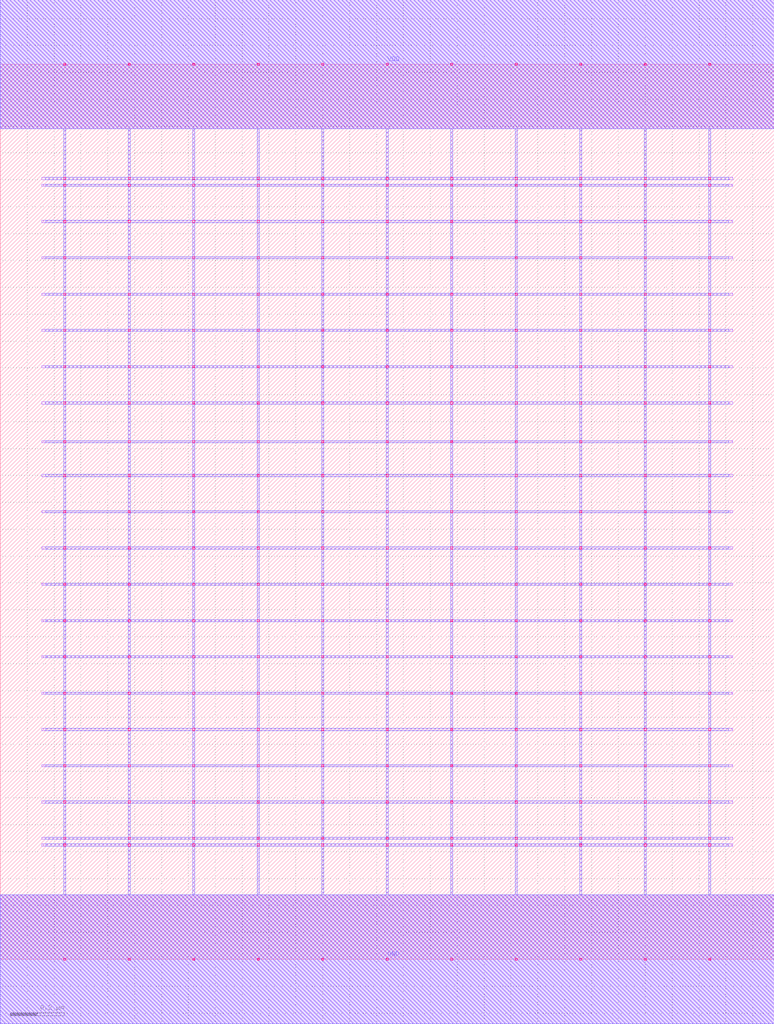
<source format=lef>
MACRO INVX2
 CLASS CORE ;
 FOREIGN INVX2 0 0 ;
 SIZE 2.88 BY 3.33 ;
 ORIGIN 0 0 ;
 SYMMETRY X Y R90 ;
 SITE unit ;
  PIN VDD
   DIRECTION INOUT ;
   USE POWER ;
   SHAPE ABUTMENT ;
    PORT
     CLASS CORE ;
       LAYER li1 ;
        RECT 0.00000000 3.09000000 2.88000000 3.57000000 ;
       LAYER met1 ;
        RECT 0.00000000 3.09000000 2.88000000 3.57000000 ;
    END
  END VDD

  PIN GND
   DIRECTION INOUT ;
   USE POWER ;
   SHAPE ABUTMENT ;
    PORT
     CLASS CORE ;
       LAYER li1 ;
        RECT 0.00000000 -0.24000000 2.88000000 0.24000000 ;
       LAYER met1 ;
        RECT 0.00000000 -0.24000000 2.88000000 0.24000000 ;
    END
  END GND

 OBS
    LAYER polycont ;
     RECT 1.43600000 0.98600000 1.44400000 0.99400000 ;
     RECT 1.43600000 1.92100000 1.44400000 1.92900000 ;

    LAYER pdiffc ;
     RECT 0.71600000 2.33600000 0.72400000 2.34400000 ;
     RECT 0.95600000 2.33600000 0.96400000 2.34400000 ;
     RECT 1.91600000 2.33600000 1.92400000 2.34400000 ;
     RECT 2.15600000 2.33600000 2.16400000 2.34400000 ;
     RECT 0.71600000 2.47100000 0.72400000 2.47900000 ;
     RECT 0.95600000 2.47100000 0.96400000 2.47900000 ;
     RECT 1.91600000 2.47100000 1.92400000 2.47900000 ;
     RECT 2.15600000 2.47100000 2.16400000 2.47900000 ;
     RECT 0.71600000 2.60600000 0.72400000 2.61400000 ;
     RECT 0.95600000 2.60600000 0.96400000 2.61400000 ;
     RECT 1.91600000 2.60600000 1.92400000 2.61400000 ;
     RECT 2.15600000 2.60600000 2.16400000 2.61400000 ;
     RECT 0.71600000 2.74100000 0.72400000 2.74900000 ;
     RECT 0.95600000 2.74100000 0.96400000 2.74900000 ;
     RECT 1.91600000 2.74100000 1.92400000 2.74900000 ;
     RECT 2.15600000 2.74100000 2.16400000 2.74900000 ;
     RECT 0.71600000 2.87600000 0.72400000 2.88400000 ;
     RECT 0.95600000 2.87600000 0.96400000 2.88400000 ;
     RECT 1.91600000 2.87600000 1.92400000 2.88400000 ;
     RECT 2.15600000 2.87600000 2.16400000 2.88400000 ;
     RECT 0.71600000 2.90100000 0.72400000 2.90900000 ;
     RECT 0.95600000 2.90100000 0.96400000 2.90900000 ;
     RECT 1.91600000 2.90100000 1.92400000 2.90900000 ;
     RECT 2.15600000 2.90100000 2.16400000 2.90900000 ;

    LAYER ndiffc ;
     RECT 0.71600000 0.42100000 0.72400000 0.42900000 ;
     RECT 0.95600000 0.42100000 0.96400000 0.42900000 ;
     RECT 1.91600000 0.42100000 1.92400000 0.42900000 ;
     RECT 2.15600000 0.42100000 2.16400000 0.42900000 ;
     RECT 0.71600000 0.44600000 0.72400000 0.45400000 ;
     RECT 0.95600000 0.44600000 0.96400000 0.45400000 ;
     RECT 1.91600000 0.44600000 1.92400000 0.45400000 ;
     RECT 2.15600000 0.44600000 2.16400000 0.45400000 ;
     RECT 0.71600000 0.58100000 0.72400000 0.58900000 ;
     RECT 0.95600000 0.58100000 0.96400000 0.58900000 ;
     RECT 1.91600000 0.58100000 1.92400000 0.58900000 ;
     RECT 2.15600000 0.58100000 2.16400000 0.58900000 ;

    LAYER li1 ;
     RECT 0.00000000 -0.24000000 2.88000000 0.24000000 ;
     RECT 0.23600000 0.24000000 0.24400000 0.42100000 ;
     RECT 0.47600000 0.24000000 0.48400000 0.42100000 ;
     RECT 0.71600000 0.24000000 0.72400000 0.42100000 ;
     RECT 0.95600000 0.24000000 0.96400000 0.42100000 ;
     RECT 1.19600000 0.24000000 1.20400000 0.42100000 ;
     RECT 1.43600000 0.24000000 1.44400000 0.42100000 ;
     RECT 1.67600000 0.24000000 1.68400000 0.42100000 ;
     RECT 1.91600000 0.24000000 1.92400000 0.42100000 ;
     RECT 2.15600000 0.24000000 2.16400000 0.42100000 ;
     RECT 2.39600000 0.24000000 2.40400000 0.42100000 ;
     RECT 2.63600000 0.24000000 2.64400000 0.42100000 ;
     RECT 0.15500000 0.42100000 2.72500000 0.42900000 ;
     RECT 0.23600000 0.42900000 0.24400000 0.44600000 ;
     RECT 0.47600000 0.42900000 0.48400000 0.44600000 ;
     RECT 0.71600000 0.42900000 0.72400000 0.44600000 ;
     RECT 0.95600000 0.42900000 0.96400000 0.44600000 ;
     RECT 1.19600000 0.42900000 1.20400000 0.44600000 ;
     RECT 1.43600000 0.42900000 1.44400000 0.44600000 ;
     RECT 1.67600000 0.42900000 1.68400000 0.44600000 ;
     RECT 1.91600000 0.42900000 1.92400000 0.44600000 ;
     RECT 2.15600000 0.42900000 2.16400000 0.44600000 ;
     RECT 2.39600000 0.42900000 2.40400000 0.44600000 ;
     RECT 2.63600000 0.42900000 2.64400000 0.44600000 ;
     RECT 0.15500000 0.44600000 2.72500000 0.45400000 ;
     RECT 0.23600000 0.45400000 0.24400000 0.58100000 ;
     RECT 0.47600000 0.45400000 0.48400000 0.58100000 ;
     RECT 0.71600000 0.45400000 0.72400000 0.58100000 ;
     RECT 0.95600000 0.45400000 0.96400000 0.58100000 ;
     RECT 1.19600000 0.45400000 1.20400000 0.58100000 ;
     RECT 1.43600000 0.45400000 1.44400000 0.58100000 ;
     RECT 1.67600000 0.45400000 1.68400000 0.58100000 ;
     RECT 1.91600000 0.45400000 1.92400000 0.58100000 ;
     RECT 2.15600000 0.45400000 2.16400000 0.58100000 ;
     RECT 2.39600000 0.45400000 2.40400000 0.58100000 ;
     RECT 2.63600000 0.45400000 2.64400000 0.58100000 ;
     RECT 0.15500000 0.58100000 2.72500000 0.58900000 ;
     RECT 0.23600000 0.58900000 0.24400000 0.71600000 ;
     RECT 0.47600000 0.58900000 0.48400000 0.71600000 ;
     RECT 0.71600000 0.58900000 0.72400000 0.71600000 ;
     RECT 0.95600000 0.58900000 0.96400000 0.71600000 ;
     RECT 1.19600000 0.58900000 1.20400000 0.71600000 ;
     RECT 1.43600000 0.58900000 1.44400000 0.71600000 ;
     RECT 1.67600000 0.58900000 1.68400000 0.71600000 ;
     RECT 1.91600000 0.58900000 1.92400000 0.71600000 ;
     RECT 2.15600000 0.58900000 2.16400000 0.71600000 ;
     RECT 2.39600000 0.58900000 2.40400000 0.71600000 ;
     RECT 2.63600000 0.58900000 2.64400000 0.71600000 ;
     RECT 0.15500000 0.71600000 2.72500000 0.72400000 ;
     RECT 0.23600000 0.72400000 0.24400000 0.85100000 ;
     RECT 0.47600000 0.72400000 0.48400000 0.85100000 ;
     RECT 0.71600000 0.72400000 0.72400000 0.85100000 ;
     RECT 0.95600000 0.72400000 0.96400000 0.85100000 ;
     RECT 1.19600000 0.72400000 1.20400000 0.85100000 ;
     RECT 1.43600000 0.72400000 1.44400000 0.85100000 ;
     RECT 1.67600000 0.72400000 1.68400000 0.85100000 ;
     RECT 1.91600000 0.72400000 1.92400000 0.85100000 ;
     RECT 2.15600000 0.72400000 2.16400000 0.85100000 ;
     RECT 2.39600000 0.72400000 2.40400000 0.85100000 ;
     RECT 2.63600000 0.72400000 2.64400000 0.85100000 ;
     RECT 0.15500000 0.85100000 2.72500000 0.85900000 ;
     RECT 0.23600000 0.85900000 0.24400000 0.98600000 ;
     RECT 0.47600000 0.85900000 0.48400000 0.98600000 ;
     RECT 0.71600000 0.85900000 0.72400000 0.98600000 ;
     RECT 0.95600000 0.85900000 0.96400000 0.98600000 ;
     RECT 1.19600000 0.85900000 1.20400000 0.98600000 ;
     RECT 1.43600000 0.85900000 1.44400000 0.98600000 ;
     RECT 1.67600000 0.85900000 1.68400000 0.98600000 ;
     RECT 1.91600000 0.85900000 1.92400000 0.98600000 ;
     RECT 2.15600000 0.85900000 2.16400000 0.98600000 ;
     RECT 2.39600000 0.85900000 2.40400000 0.98600000 ;
     RECT 2.63600000 0.85900000 2.64400000 0.98600000 ;
     RECT 0.15500000 0.98600000 2.72500000 0.99400000 ;
     RECT 0.23600000 0.99400000 0.24400000 1.12100000 ;
     RECT 0.47600000 0.99400000 0.48400000 1.12100000 ;
     RECT 0.71600000 0.99400000 0.72400000 1.12100000 ;
     RECT 0.95600000 0.99400000 0.96400000 1.12100000 ;
     RECT 1.19600000 0.99400000 1.20400000 1.12100000 ;
     RECT 1.43600000 0.99400000 1.44400000 1.12100000 ;
     RECT 1.67600000 0.99400000 1.68400000 1.12100000 ;
     RECT 1.91600000 0.99400000 1.92400000 1.12100000 ;
     RECT 2.15600000 0.99400000 2.16400000 1.12100000 ;
     RECT 2.39600000 0.99400000 2.40400000 1.12100000 ;
     RECT 2.63600000 0.99400000 2.64400000 1.12100000 ;
     RECT 0.15500000 1.12100000 2.72500000 1.12900000 ;
     RECT 0.23600000 1.12900000 0.24400000 1.25600000 ;
     RECT 0.47600000 1.12900000 0.48400000 1.25600000 ;
     RECT 0.71600000 1.12900000 0.72400000 1.25600000 ;
     RECT 0.95600000 1.12900000 0.96400000 1.25600000 ;
     RECT 1.19600000 1.12900000 1.20400000 1.25600000 ;
     RECT 1.43600000 1.12900000 1.44400000 1.25600000 ;
     RECT 1.67600000 1.12900000 1.68400000 1.25600000 ;
     RECT 1.91600000 1.12900000 1.92400000 1.25600000 ;
     RECT 2.15600000 1.12900000 2.16400000 1.25600000 ;
     RECT 2.39600000 1.12900000 2.40400000 1.25600000 ;
     RECT 2.63600000 1.12900000 2.64400000 1.25600000 ;
     RECT 0.15500000 1.25600000 2.72500000 1.26400000 ;
     RECT 0.23600000 1.26400000 0.24400000 1.39100000 ;
     RECT 0.47600000 1.26400000 0.48400000 1.39100000 ;
     RECT 0.71600000 1.26400000 0.72400000 1.39100000 ;
     RECT 0.95600000 1.26400000 0.96400000 1.39100000 ;
     RECT 1.19600000 1.26400000 1.20400000 1.39100000 ;
     RECT 1.43600000 1.26400000 1.44400000 1.39100000 ;
     RECT 1.67600000 1.26400000 1.68400000 1.39100000 ;
     RECT 1.91600000 1.26400000 1.92400000 1.39100000 ;
     RECT 2.15600000 1.26400000 2.16400000 1.39100000 ;
     RECT 2.39600000 1.26400000 2.40400000 1.39100000 ;
     RECT 2.63600000 1.26400000 2.64400000 1.39100000 ;
     RECT 0.15500000 1.39100000 2.72500000 1.39900000 ;
     RECT 0.23600000 1.39900000 0.24400000 1.52600000 ;
     RECT 0.47600000 1.39900000 0.48400000 1.52600000 ;
     RECT 0.71600000 1.39900000 0.72400000 1.52600000 ;
     RECT 0.95600000 1.39900000 0.96400000 1.52600000 ;
     RECT 1.19600000 1.39900000 1.20400000 1.52600000 ;
     RECT 1.43600000 1.39900000 1.44400000 1.52600000 ;
     RECT 1.67600000 1.39900000 1.68400000 1.52600000 ;
     RECT 1.91600000 1.39900000 1.92400000 1.52600000 ;
     RECT 2.15600000 1.39900000 2.16400000 1.52600000 ;
     RECT 2.39600000 1.39900000 2.40400000 1.52600000 ;
     RECT 2.63600000 1.39900000 2.64400000 1.52600000 ;
     RECT 0.15500000 1.52600000 2.72500000 1.53400000 ;
     RECT 0.23600000 1.53400000 0.24400000 1.66100000 ;
     RECT 0.47600000 1.53400000 0.48400000 1.66100000 ;
     RECT 0.71600000 1.53400000 0.72400000 1.66100000 ;
     RECT 0.95600000 1.53400000 0.96400000 1.66100000 ;
     RECT 1.19600000 1.53400000 1.20400000 1.66100000 ;
     RECT 1.43600000 1.53400000 1.44400000 1.66100000 ;
     RECT 1.67600000 1.53400000 1.68400000 1.66100000 ;
     RECT 1.91600000 1.53400000 1.92400000 1.66100000 ;
     RECT 2.15600000 1.53400000 2.16400000 1.66100000 ;
     RECT 2.39600000 1.53400000 2.40400000 1.66100000 ;
     RECT 2.63600000 1.53400000 2.64400000 1.66100000 ;
     RECT 0.15500000 1.66100000 2.72500000 1.66900000 ;
     RECT 0.23600000 1.66900000 0.24400000 1.79600000 ;
     RECT 0.47600000 1.66900000 0.48400000 1.79600000 ;
     RECT 0.71600000 1.66900000 0.72400000 1.79600000 ;
     RECT 0.95600000 1.66900000 0.96400000 1.79600000 ;
     RECT 1.19600000 1.66900000 1.20400000 1.79600000 ;
     RECT 1.43600000 1.66900000 1.44400000 1.79600000 ;
     RECT 1.67600000 1.66900000 1.68400000 1.79600000 ;
     RECT 1.91600000 1.66900000 1.92400000 1.79600000 ;
     RECT 2.15600000 1.66900000 2.16400000 1.79600000 ;
     RECT 2.39600000 1.66900000 2.40400000 1.79600000 ;
     RECT 2.63600000 1.66900000 2.64400000 1.79600000 ;
     RECT 0.15500000 1.79600000 2.72500000 1.80400000 ;
     RECT 0.23600000 1.80400000 0.24400000 1.92100000 ;
     RECT 0.47600000 1.80400000 0.48400000 1.92100000 ;
     RECT 0.71600000 1.80400000 0.72400000 1.92100000 ;
     RECT 0.95600000 1.80400000 0.96400000 1.92100000 ;
     RECT 1.19600000 1.80400000 1.20400000 1.92100000 ;
     RECT 1.43600000 1.80400000 1.44400000 1.92100000 ;
     RECT 1.67600000 1.80400000 1.68400000 1.92100000 ;
     RECT 1.91600000 1.80400000 1.92400000 1.92100000 ;
     RECT 2.15600000 1.80400000 2.16400000 1.92100000 ;
     RECT 2.39600000 1.80400000 2.40400000 1.92100000 ;
     RECT 2.63600000 1.80400000 2.64400000 1.92100000 ;
     RECT 0.15500000 1.92100000 2.72500000 1.92900000 ;
     RECT 0.23600000 1.92900000 0.24400000 2.06600000 ;
     RECT 0.47600000 1.92900000 0.48400000 2.06600000 ;
     RECT 0.71600000 1.92900000 0.72400000 2.06600000 ;
     RECT 0.95600000 1.92900000 0.96400000 2.06600000 ;
     RECT 1.19600000 1.92900000 1.20400000 2.06600000 ;
     RECT 1.43600000 1.92900000 1.44400000 2.06600000 ;
     RECT 1.67600000 1.92900000 1.68400000 2.06600000 ;
     RECT 1.91600000 1.92900000 1.92400000 2.06600000 ;
     RECT 2.15600000 1.92900000 2.16400000 2.06600000 ;
     RECT 2.39600000 1.92900000 2.40400000 2.06600000 ;
     RECT 2.63600000 1.92900000 2.64400000 2.06600000 ;
     RECT 0.15500000 2.06600000 2.72500000 2.07400000 ;
     RECT 0.23600000 2.07400000 0.24400000 2.20100000 ;
     RECT 0.47600000 2.07400000 0.48400000 2.20100000 ;
     RECT 0.71600000 2.07400000 0.72400000 2.20100000 ;
     RECT 0.95600000 2.07400000 0.96400000 2.20100000 ;
     RECT 1.19600000 2.07400000 1.20400000 2.20100000 ;
     RECT 1.43600000 2.07400000 1.44400000 2.20100000 ;
     RECT 1.67600000 2.07400000 1.68400000 2.20100000 ;
     RECT 1.91600000 2.07400000 1.92400000 2.20100000 ;
     RECT 2.15600000 2.07400000 2.16400000 2.20100000 ;
     RECT 2.39600000 2.07400000 2.40400000 2.20100000 ;
     RECT 2.63600000 2.07400000 2.64400000 2.20100000 ;
     RECT 0.15500000 2.20100000 2.72500000 2.20900000 ;
     RECT 0.23600000 2.20900000 0.24400000 2.33600000 ;
     RECT 0.47600000 2.20900000 0.48400000 2.33600000 ;
     RECT 0.71600000 2.20900000 0.72400000 2.33600000 ;
     RECT 0.95600000 2.20900000 0.96400000 2.33600000 ;
     RECT 1.19600000 2.20900000 1.20400000 2.33600000 ;
     RECT 1.43600000 2.20900000 1.44400000 2.33600000 ;
     RECT 1.67600000 2.20900000 1.68400000 2.33600000 ;
     RECT 1.91600000 2.20900000 1.92400000 2.33600000 ;
     RECT 2.15600000 2.20900000 2.16400000 2.33600000 ;
     RECT 2.39600000 2.20900000 2.40400000 2.33600000 ;
     RECT 2.63600000 2.20900000 2.64400000 2.33600000 ;
     RECT 0.15500000 2.33600000 2.72500000 2.34400000 ;
     RECT 0.23600000 2.34400000 0.24400000 2.47100000 ;
     RECT 0.47600000 2.34400000 0.48400000 2.47100000 ;
     RECT 0.71600000 2.34400000 0.72400000 2.47100000 ;
     RECT 0.95600000 2.34400000 0.96400000 2.47100000 ;
     RECT 1.19600000 2.34400000 1.20400000 2.47100000 ;
     RECT 1.43600000 2.34400000 1.44400000 2.47100000 ;
     RECT 1.67600000 2.34400000 1.68400000 2.47100000 ;
     RECT 1.91600000 2.34400000 1.92400000 2.47100000 ;
     RECT 2.15600000 2.34400000 2.16400000 2.47100000 ;
     RECT 2.39600000 2.34400000 2.40400000 2.47100000 ;
     RECT 2.63600000 2.34400000 2.64400000 2.47100000 ;
     RECT 0.15500000 2.47100000 2.72500000 2.47900000 ;
     RECT 0.23600000 2.47900000 0.24400000 2.60600000 ;
     RECT 0.47600000 2.47900000 0.48400000 2.60600000 ;
     RECT 0.71600000 2.47900000 0.72400000 2.60600000 ;
     RECT 0.95600000 2.47900000 0.96400000 2.60600000 ;
     RECT 1.19600000 2.47900000 1.20400000 2.60600000 ;
     RECT 1.43600000 2.47900000 1.44400000 2.60600000 ;
     RECT 1.67600000 2.47900000 1.68400000 2.60600000 ;
     RECT 1.91600000 2.47900000 1.92400000 2.60600000 ;
     RECT 2.15600000 2.47900000 2.16400000 2.60600000 ;
     RECT 2.39600000 2.47900000 2.40400000 2.60600000 ;
     RECT 2.63600000 2.47900000 2.64400000 2.60600000 ;
     RECT 0.15500000 2.60600000 2.72500000 2.61400000 ;
     RECT 0.23600000 2.61400000 0.24400000 2.74100000 ;
     RECT 0.47600000 2.61400000 0.48400000 2.74100000 ;
     RECT 0.71600000 2.61400000 0.72400000 2.74100000 ;
     RECT 0.95600000 2.61400000 0.96400000 2.74100000 ;
     RECT 1.19600000 2.61400000 1.20400000 2.74100000 ;
     RECT 1.43600000 2.61400000 1.44400000 2.74100000 ;
     RECT 1.67600000 2.61400000 1.68400000 2.74100000 ;
     RECT 1.91600000 2.61400000 1.92400000 2.74100000 ;
     RECT 2.15600000 2.61400000 2.16400000 2.74100000 ;
     RECT 2.39600000 2.61400000 2.40400000 2.74100000 ;
     RECT 2.63600000 2.61400000 2.64400000 2.74100000 ;
     RECT 0.15500000 2.74100000 2.72500000 2.74900000 ;
     RECT 0.23600000 2.74900000 0.24400000 2.87600000 ;
     RECT 0.47600000 2.74900000 0.48400000 2.87600000 ;
     RECT 0.71600000 2.74900000 0.72400000 2.87600000 ;
     RECT 0.95600000 2.74900000 0.96400000 2.87600000 ;
     RECT 1.19600000 2.74900000 1.20400000 2.87600000 ;
     RECT 1.43600000 2.74900000 1.44400000 2.87600000 ;
     RECT 1.67600000 2.74900000 1.68400000 2.87600000 ;
     RECT 1.91600000 2.74900000 1.92400000 2.87600000 ;
     RECT 2.15600000 2.74900000 2.16400000 2.87600000 ;
     RECT 2.39600000 2.74900000 2.40400000 2.87600000 ;
     RECT 2.63600000 2.74900000 2.64400000 2.87600000 ;
     RECT 0.15500000 2.87600000 2.72500000 2.88400000 ;
     RECT 0.23600000 2.88400000 0.24400000 2.90100000 ;
     RECT 0.47600000 2.88400000 0.48400000 2.90100000 ;
     RECT 0.71600000 2.88400000 0.72400000 2.90100000 ;
     RECT 0.95600000 2.88400000 0.96400000 2.90100000 ;
     RECT 1.19600000 2.88400000 1.20400000 2.90100000 ;
     RECT 1.43600000 2.88400000 1.44400000 2.90100000 ;
     RECT 1.67600000 2.88400000 1.68400000 2.90100000 ;
     RECT 1.91600000 2.88400000 1.92400000 2.90100000 ;
     RECT 2.15600000 2.88400000 2.16400000 2.90100000 ;
     RECT 2.39600000 2.88400000 2.40400000 2.90100000 ;
     RECT 2.63600000 2.88400000 2.64400000 2.90100000 ;
     RECT 0.15500000 2.90100000 2.72500000 2.90900000 ;
     RECT 0.23600000 2.90900000 0.24400000 3.09000000 ;
     RECT 0.47600000 2.90900000 0.48400000 3.09000000 ;
     RECT 0.71600000 2.90900000 0.72400000 3.09000000 ;
     RECT 0.95600000 2.90900000 0.96400000 3.09000000 ;
     RECT 1.19600000 2.90900000 1.20400000 3.09000000 ;
     RECT 1.43600000 2.90900000 1.44400000 3.09000000 ;
     RECT 1.67600000 2.90900000 1.68400000 3.09000000 ;
     RECT 1.91600000 2.90900000 1.92400000 3.09000000 ;
     RECT 2.15600000 2.90900000 2.16400000 3.09000000 ;
     RECT 2.39600000 2.90900000 2.40400000 3.09000000 ;
     RECT 2.63600000 2.90900000 2.64400000 3.09000000 ;
     RECT 0.00000000 3.09000000 2.88000000 3.57000000 ;

    LAYER viali ;
     RECT 0.23600000 -0.00400000 0.24400000 0.00400000 ;
     RECT 0.47600000 -0.00400000 0.48400000 0.00400000 ;
     RECT 0.71600000 -0.00400000 0.72400000 0.00400000 ;
     RECT 0.95600000 -0.00400000 0.96400000 0.00400000 ;
     RECT 1.19600000 -0.00400000 1.20400000 0.00400000 ;
     RECT 1.43600000 -0.00400000 1.44400000 0.00400000 ;
     RECT 1.67600000 -0.00400000 1.68400000 0.00400000 ;
     RECT 1.91600000 -0.00400000 1.92400000 0.00400000 ;
     RECT 2.15600000 -0.00400000 2.16400000 0.00400000 ;
     RECT 2.39600000 -0.00400000 2.40400000 0.00400000 ;
     RECT 2.63600000 -0.00400000 2.64400000 0.00400000 ;
     RECT 0.23600000 0.42100000 0.24400000 0.42900000 ;
     RECT 0.47600000 0.42100000 0.48400000 0.42900000 ;
     RECT 0.71600000 0.42100000 0.72400000 0.42900000 ;
     RECT 0.95600000 0.42100000 0.96400000 0.42900000 ;
     RECT 1.19600000 0.42100000 1.20400000 0.42900000 ;
     RECT 1.43600000 0.42100000 1.44400000 0.42900000 ;
     RECT 1.67600000 0.42100000 1.68400000 0.42900000 ;
     RECT 1.91600000 0.42100000 1.92400000 0.42900000 ;
     RECT 2.15600000 0.42100000 2.16400000 0.42900000 ;
     RECT 2.39600000 0.42100000 2.40400000 0.42900000 ;
     RECT 2.63600000 0.42100000 2.64400000 0.42900000 ;
     RECT 0.23600000 0.44600000 0.24400000 0.45400000 ;
     RECT 0.47600000 0.44600000 0.48400000 0.45400000 ;
     RECT 0.71600000 0.44600000 0.72400000 0.45400000 ;
     RECT 0.95600000 0.44600000 0.96400000 0.45400000 ;
     RECT 1.19600000 0.44600000 1.20400000 0.45400000 ;
     RECT 1.43600000 0.44600000 1.44400000 0.45400000 ;
     RECT 1.67600000 0.44600000 1.68400000 0.45400000 ;
     RECT 1.91600000 0.44600000 1.92400000 0.45400000 ;
     RECT 2.15600000 0.44600000 2.16400000 0.45400000 ;
     RECT 2.39600000 0.44600000 2.40400000 0.45400000 ;
     RECT 2.63600000 0.44600000 2.64400000 0.45400000 ;
     RECT 0.23600000 0.58100000 0.24400000 0.58900000 ;
     RECT 0.47600000 0.58100000 0.48400000 0.58900000 ;
     RECT 0.71600000 0.58100000 0.72400000 0.58900000 ;
     RECT 0.95600000 0.58100000 0.96400000 0.58900000 ;
     RECT 1.19600000 0.58100000 1.20400000 0.58900000 ;
     RECT 1.43600000 0.58100000 1.44400000 0.58900000 ;
     RECT 1.67600000 0.58100000 1.68400000 0.58900000 ;
     RECT 1.91600000 0.58100000 1.92400000 0.58900000 ;
     RECT 2.15600000 0.58100000 2.16400000 0.58900000 ;
     RECT 2.39600000 0.58100000 2.40400000 0.58900000 ;
     RECT 2.63600000 0.58100000 2.64400000 0.58900000 ;
     RECT 0.23600000 0.71600000 0.24400000 0.72400000 ;
     RECT 0.47600000 0.71600000 0.48400000 0.72400000 ;
     RECT 0.71600000 0.71600000 0.72400000 0.72400000 ;
     RECT 0.95600000 0.71600000 0.96400000 0.72400000 ;
     RECT 1.19600000 0.71600000 1.20400000 0.72400000 ;
     RECT 1.43600000 0.71600000 1.44400000 0.72400000 ;
     RECT 1.67600000 0.71600000 1.68400000 0.72400000 ;
     RECT 1.91600000 0.71600000 1.92400000 0.72400000 ;
     RECT 2.15600000 0.71600000 2.16400000 0.72400000 ;
     RECT 2.39600000 0.71600000 2.40400000 0.72400000 ;
     RECT 2.63600000 0.71600000 2.64400000 0.72400000 ;
     RECT 0.23600000 0.85100000 0.24400000 0.85900000 ;
     RECT 0.47600000 0.85100000 0.48400000 0.85900000 ;
     RECT 0.71600000 0.85100000 0.72400000 0.85900000 ;
     RECT 0.95600000 0.85100000 0.96400000 0.85900000 ;
     RECT 1.19600000 0.85100000 1.20400000 0.85900000 ;
     RECT 1.43600000 0.85100000 1.44400000 0.85900000 ;
     RECT 1.67600000 0.85100000 1.68400000 0.85900000 ;
     RECT 1.91600000 0.85100000 1.92400000 0.85900000 ;
     RECT 2.15600000 0.85100000 2.16400000 0.85900000 ;
     RECT 2.39600000 0.85100000 2.40400000 0.85900000 ;
     RECT 2.63600000 0.85100000 2.64400000 0.85900000 ;
     RECT 0.23600000 0.98600000 0.24400000 0.99400000 ;
     RECT 0.47600000 0.98600000 0.48400000 0.99400000 ;
     RECT 0.71600000 0.98600000 0.72400000 0.99400000 ;
     RECT 0.95600000 0.98600000 0.96400000 0.99400000 ;
     RECT 1.19600000 0.98600000 1.20400000 0.99400000 ;
     RECT 1.43600000 0.98600000 1.44400000 0.99400000 ;
     RECT 1.67600000 0.98600000 1.68400000 0.99400000 ;
     RECT 1.91600000 0.98600000 1.92400000 0.99400000 ;
     RECT 2.15600000 0.98600000 2.16400000 0.99400000 ;
     RECT 2.39600000 0.98600000 2.40400000 0.99400000 ;
     RECT 2.63600000 0.98600000 2.64400000 0.99400000 ;
     RECT 0.23600000 1.12100000 0.24400000 1.12900000 ;
     RECT 0.47600000 1.12100000 0.48400000 1.12900000 ;
     RECT 0.71600000 1.12100000 0.72400000 1.12900000 ;
     RECT 0.95600000 1.12100000 0.96400000 1.12900000 ;
     RECT 1.19600000 1.12100000 1.20400000 1.12900000 ;
     RECT 1.43600000 1.12100000 1.44400000 1.12900000 ;
     RECT 1.67600000 1.12100000 1.68400000 1.12900000 ;
     RECT 1.91600000 1.12100000 1.92400000 1.12900000 ;
     RECT 2.15600000 1.12100000 2.16400000 1.12900000 ;
     RECT 2.39600000 1.12100000 2.40400000 1.12900000 ;
     RECT 2.63600000 1.12100000 2.64400000 1.12900000 ;
     RECT 0.23600000 1.25600000 0.24400000 1.26400000 ;
     RECT 0.47600000 1.25600000 0.48400000 1.26400000 ;
     RECT 0.71600000 1.25600000 0.72400000 1.26400000 ;
     RECT 0.95600000 1.25600000 0.96400000 1.26400000 ;
     RECT 1.19600000 1.25600000 1.20400000 1.26400000 ;
     RECT 1.43600000 1.25600000 1.44400000 1.26400000 ;
     RECT 1.67600000 1.25600000 1.68400000 1.26400000 ;
     RECT 1.91600000 1.25600000 1.92400000 1.26400000 ;
     RECT 2.15600000 1.25600000 2.16400000 1.26400000 ;
     RECT 2.39600000 1.25600000 2.40400000 1.26400000 ;
     RECT 2.63600000 1.25600000 2.64400000 1.26400000 ;
     RECT 0.23600000 1.39100000 0.24400000 1.39900000 ;
     RECT 0.47600000 1.39100000 0.48400000 1.39900000 ;
     RECT 0.71600000 1.39100000 0.72400000 1.39900000 ;
     RECT 0.95600000 1.39100000 0.96400000 1.39900000 ;
     RECT 1.19600000 1.39100000 1.20400000 1.39900000 ;
     RECT 1.43600000 1.39100000 1.44400000 1.39900000 ;
     RECT 1.67600000 1.39100000 1.68400000 1.39900000 ;
     RECT 1.91600000 1.39100000 1.92400000 1.39900000 ;
     RECT 2.15600000 1.39100000 2.16400000 1.39900000 ;
     RECT 2.39600000 1.39100000 2.40400000 1.39900000 ;
     RECT 2.63600000 1.39100000 2.64400000 1.39900000 ;
     RECT 0.23600000 1.52600000 0.24400000 1.53400000 ;
     RECT 0.47600000 1.52600000 0.48400000 1.53400000 ;
     RECT 0.71600000 1.52600000 0.72400000 1.53400000 ;
     RECT 0.95600000 1.52600000 0.96400000 1.53400000 ;
     RECT 1.19600000 1.52600000 1.20400000 1.53400000 ;
     RECT 1.43600000 1.52600000 1.44400000 1.53400000 ;
     RECT 1.67600000 1.52600000 1.68400000 1.53400000 ;
     RECT 1.91600000 1.52600000 1.92400000 1.53400000 ;
     RECT 2.15600000 1.52600000 2.16400000 1.53400000 ;
     RECT 2.39600000 1.52600000 2.40400000 1.53400000 ;
     RECT 2.63600000 1.52600000 2.64400000 1.53400000 ;
     RECT 0.23600000 1.66100000 0.24400000 1.66900000 ;
     RECT 0.47600000 1.66100000 0.48400000 1.66900000 ;
     RECT 0.71600000 1.66100000 0.72400000 1.66900000 ;
     RECT 0.95600000 1.66100000 0.96400000 1.66900000 ;
     RECT 1.19600000 1.66100000 1.20400000 1.66900000 ;
     RECT 1.43600000 1.66100000 1.44400000 1.66900000 ;
     RECT 1.67600000 1.66100000 1.68400000 1.66900000 ;
     RECT 1.91600000 1.66100000 1.92400000 1.66900000 ;
     RECT 2.15600000 1.66100000 2.16400000 1.66900000 ;
     RECT 2.39600000 1.66100000 2.40400000 1.66900000 ;
     RECT 2.63600000 1.66100000 2.64400000 1.66900000 ;
     RECT 0.23600000 1.79600000 0.24400000 1.80400000 ;
     RECT 0.47600000 1.79600000 0.48400000 1.80400000 ;
     RECT 0.71600000 1.79600000 0.72400000 1.80400000 ;
     RECT 0.95600000 1.79600000 0.96400000 1.80400000 ;
     RECT 1.19600000 1.79600000 1.20400000 1.80400000 ;
     RECT 1.43600000 1.79600000 1.44400000 1.80400000 ;
     RECT 1.67600000 1.79600000 1.68400000 1.80400000 ;
     RECT 1.91600000 1.79600000 1.92400000 1.80400000 ;
     RECT 2.15600000 1.79600000 2.16400000 1.80400000 ;
     RECT 2.39600000 1.79600000 2.40400000 1.80400000 ;
     RECT 2.63600000 1.79600000 2.64400000 1.80400000 ;
     RECT 0.23600000 1.92100000 0.24400000 1.92900000 ;
     RECT 0.47600000 1.92100000 0.48400000 1.92900000 ;
     RECT 0.71600000 1.92100000 0.72400000 1.92900000 ;
     RECT 0.95600000 1.92100000 0.96400000 1.92900000 ;
     RECT 1.19600000 1.92100000 1.20400000 1.92900000 ;
     RECT 1.43600000 1.92100000 1.44400000 1.92900000 ;
     RECT 1.67600000 1.92100000 1.68400000 1.92900000 ;
     RECT 1.91600000 1.92100000 1.92400000 1.92900000 ;
     RECT 2.15600000 1.92100000 2.16400000 1.92900000 ;
     RECT 2.39600000 1.92100000 2.40400000 1.92900000 ;
     RECT 2.63600000 1.92100000 2.64400000 1.92900000 ;
     RECT 0.23600000 2.06600000 0.24400000 2.07400000 ;
     RECT 0.47600000 2.06600000 0.48400000 2.07400000 ;
     RECT 0.71600000 2.06600000 0.72400000 2.07400000 ;
     RECT 0.95600000 2.06600000 0.96400000 2.07400000 ;
     RECT 1.19600000 2.06600000 1.20400000 2.07400000 ;
     RECT 1.43600000 2.06600000 1.44400000 2.07400000 ;
     RECT 1.67600000 2.06600000 1.68400000 2.07400000 ;
     RECT 1.91600000 2.06600000 1.92400000 2.07400000 ;
     RECT 2.15600000 2.06600000 2.16400000 2.07400000 ;
     RECT 2.39600000 2.06600000 2.40400000 2.07400000 ;
     RECT 2.63600000 2.06600000 2.64400000 2.07400000 ;
     RECT 0.23600000 2.20100000 0.24400000 2.20900000 ;
     RECT 0.47600000 2.20100000 0.48400000 2.20900000 ;
     RECT 0.71600000 2.20100000 0.72400000 2.20900000 ;
     RECT 0.95600000 2.20100000 0.96400000 2.20900000 ;
     RECT 1.19600000 2.20100000 1.20400000 2.20900000 ;
     RECT 1.43600000 2.20100000 1.44400000 2.20900000 ;
     RECT 1.67600000 2.20100000 1.68400000 2.20900000 ;
     RECT 1.91600000 2.20100000 1.92400000 2.20900000 ;
     RECT 2.15600000 2.20100000 2.16400000 2.20900000 ;
     RECT 2.39600000 2.20100000 2.40400000 2.20900000 ;
     RECT 2.63600000 2.20100000 2.64400000 2.20900000 ;
     RECT 0.23600000 2.33600000 0.24400000 2.34400000 ;
     RECT 0.47600000 2.33600000 0.48400000 2.34400000 ;
     RECT 0.71600000 2.33600000 0.72400000 2.34400000 ;
     RECT 0.95600000 2.33600000 0.96400000 2.34400000 ;
     RECT 1.19600000 2.33600000 1.20400000 2.34400000 ;
     RECT 1.43600000 2.33600000 1.44400000 2.34400000 ;
     RECT 1.67600000 2.33600000 1.68400000 2.34400000 ;
     RECT 1.91600000 2.33600000 1.92400000 2.34400000 ;
     RECT 2.15600000 2.33600000 2.16400000 2.34400000 ;
     RECT 2.39600000 2.33600000 2.40400000 2.34400000 ;
     RECT 2.63600000 2.33600000 2.64400000 2.34400000 ;
     RECT 0.23600000 2.47100000 0.24400000 2.47900000 ;
     RECT 0.47600000 2.47100000 0.48400000 2.47900000 ;
     RECT 0.71600000 2.47100000 0.72400000 2.47900000 ;
     RECT 0.95600000 2.47100000 0.96400000 2.47900000 ;
     RECT 1.19600000 2.47100000 1.20400000 2.47900000 ;
     RECT 1.43600000 2.47100000 1.44400000 2.47900000 ;
     RECT 1.67600000 2.47100000 1.68400000 2.47900000 ;
     RECT 1.91600000 2.47100000 1.92400000 2.47900000 ;
     RECT 2.15600000 2.47100000 2.16400000 2.47900000 ;
     RECT 2.39600000 2.47100000 2.40400000 2.47900000 ;
     RECT 2.63600000 2.47100000 2.64400000 2.47900000 ;
     RECT 0.23600000 2.60600000 0.24400000 2.61400000 ;
     RECT 0.47600000 2.60600000 0.48400000 2.61400000 ;
     RECT 0.71600000 2.60600000 0.72400000 2.61400000 ;
     RECT 0.95600000 2.60600000 0.96400000 2.61400000 ;
     RECT 1.19600000 2.60600000 1.20400000 2.61400000 ;
     RECT 1.43600000 2.60600000 1.44400000 2.61400000 ;
     RECT 1.67600000 2.60600000 1.68400000 2.61400000 ;
     RECT 1.91600000 2.60600000 1.92400000 2.61400000 ;
     RECT 2.15600000 2.60600000 2.16400000 2.61400000 ;
     RECT 2.39600000 2.60600000 2.40400000 2.61400000 ;
     RECT 2.63600000 2.60600000 2.64400000 2.61400000 ;
     RECT 0.23600000 2.74100000 0.24400000 2.74900000 ;
     RECT 0.47600000 2.74100000 0.48400000 2.74900000 ;
     RECT 0.71600000 2.74100000 0.72400000 2.74900000 ;
     RECT 0.95600000 2.74100000 0.96400000 2.74900000 ;
     RECT 1.19600000 2.74100000 1.20400000 2.74900000 ;
     RECT 1.43600000 2.74100000 1.44400000 2.74900000 ;
     RECT 1.67600000 2.74100000 1.68400000 2.74900000 ;
     RECT 1.91600000 2.74100000 1.92400000 2.74900000 ;
     RECT 2.15600000 2.74100000 2.16400000 2.74900000 ;
     RECT 2.39600000 2.74100000 2.40400000 2.74900000 ;
     RECT 2.63600000 2.74100000 2.64400000 2.74900000 ;
     RECT 0.23600000 2.87600000 0.24400000 2.88400000 ;
     RECT 0.47600000 2.87600000 0.48400000 2.88400000 ;
     RECT 0.71600000 2.87600000 0.72400000 2.88400000 ;
     RECT 0.95600000 2.87600000 0.96400000 2.88400000 ;
     RECT 1.19600000 2.87600000 1.20400000 2.88400000 ;
     RECT 1.43600000 2.87600000 1.44400000 2.88400000 ;
     RECT 1.67600000 2.87600000 1.68400000 2.88400000 ;
     RECT 1.91600000 2.87600000 1.92400000 2.88400000 ;
     RECT 2.15600000 2.87600000 2.16400000 2.88400000 ;
     RECT 2.39600000 2.87600000 2.40400000 2.88400000 ;
     RECT 2.63600000 2.87600000 2.64400000 2.88400000 ;
     RECT 0.23600000 2.90100000 0.24400000 2.90900000 ;
     RECT 0.47600000 2.90100000 0.48400000 2.90900000 ;
     RECT 0.71600000 2.90100000 0.72400000 2.90900000 ;
     RECT 0.95600000 2.90100000 0.96400000 2.90900000 ;
     RECT 1.19600000 2.90100000 1.20400000 2.90900000 ;
     RECT 1.43600000 2.90100000 1.44400000 2.90900000 ;
     RECT 1.67600000 2.90100000 1.68400000 2.90900000 ;
     RECT 1.91600000 2.90100000 1.92400000 2.90900000 ;
     RECT 2.15600000 2.90100000 2.16400000 2.90900000 ;
     RECT 2.39600000 2.90100000 2.40400000 2.90900000 ;
     RECT 2.63600000 2.90100000 2.64400000 2.90900000 ;
     RECT 0.23600000 3.32600000 0.24400000 3.33400000 ;
     RECT 0.47600000 3.32600000 0.48400000 3.33400000 ;
     RECT 0.71600000 3.32600000 0.72400000 3.33400000 ;
     RECT 0.95600000 3.32600000 0.96400000 3.33400000 ;
     RECT 1.19600000 3.32600000 1.20400000 3.33400000 ;
     RECT 1.43600000 3.32600000 1.44400000 3.33400000 ;
     RECT 1.67600000 3.32600000 1.68400000 3.33400000 ;
     RECT 1.91600000 3.32600000 1.92400000 3.33400000 ;
     RECT 2.15600000 3.32600000 2.16400000 3.33400000 ;
     RECT 2.39600000 3.32600000 2.40400000 3.33400000 ;
     RECT 2.63600000 3.32600000 2.64400000 3.33400000 ;

    LAYER met1 ;
     RECT 0.00000000 -0.24000000 2.88000000 0.24000000 ;
     RECT 0.23600000 0.24000000 0.24400000 0.42100000 ;
     RECT 0.47600000 0.24000000 0.48400000 0.42100000 ;
     RECT 0.71600000 0.24000000 0.72400000 0.42100000 ;
     RECT 0.95600000 0.24000000 0.96400000 0.42100000 ;
     RECT 1.19600000 0.24000000 1.20400000 0.42100000 ;
     RECT 1.43600000 0.24000000 1.44400000 0.42100000 ;
     RECT 1.67600000 0.24000000 1.68400000 0.42100000 ;
     RECT 1.91600000 0.24000000 1.92400000 0.42100000 ;
     RECT 2.15600000 0.24000000 2.16400000 0.42100000 ;
     RECT 2.39600000 0.24000000 2.40400000 0.42100000 ;
     RECT 2.63600000 0.24000000 2.64400000 0.42100000 ;
     RECT 0.17000000 0.42100000 2.71000000 0.42900000 ;
     RECT 0.23600000 0.42900000 0.24400000 0.44600000 ;
     RECT 0.47600000 0.42900000 0.48400000 0.44600000 ;
     RECT 0.71600000 0.42900000 0.72400000 0.44600000 ;
     RECT 0.95600000 0.42900000 0.96400000 0.44600000 ;
     RECT 1.19600000 0.42900000 1.20400000 0.44600000 ;
     RECT 1.43600000 0.42900000 1.44400000 0.44600000 ;
     RECT 1.67600000 0.42900000 1.68400000 0.44600000 ;
     RECT 1.91600000 0.42900000 1.92400000 0.44600000 ;
     RECT 2.15600000 0.42900000 2.16400000 0.44600000 ;
     RECT 2.39600000 0.42900000 2.40400000 0.44600000 ;
     RECT 2.63600000 0.42900000 2.64400000 0.44600000 ;
     RECT 0.17000000 0.44600000 2.71000000 0.45400000 ;
     RECT 0.23600000 0.45400000 0.24400000 0.58100000 ;
     RECT 0.47600000 0.45400000 0.48400000 0.58100000 ;
     RECT 0.71600000 0.45400000 0.72400000 0.58100000 ;
     RECT 0.95600000 0.45400000 0.96400000 0.58100000 ;
     RECT 1.19600000 0.45400000 1.20400000 0.58100000 ;
     RECT 1.43600000 0.45400000 1.44400000 0.58100000 ;
     RECT 1.67600000 0.45400000 1.68400000 0.58100000 ;
     RECT 1.91600000 0.45400000 1.92400000 0.58100000 ;
     RECT 2.15600000 0.45400000 2.16400000 0.58100000 ;
     RECT 2.39600000 0.45400000 2.40400000 0.58100000 ;
     RECT 2.63600000 0.45400000 2.64400000 0.58100000 ;
     RECT 0.17000000 0.58100000 2.71000000 0.58900000 ;
     RECT 0.23600000 0.58900000 0.24400000 0.71600000 ;
     RECT 0.47600000 0.58900000 0.48400000 0.71600000 ;
     RECT 0.71600000 0.58900000 0.72400000 0.71600000 ;
     RECT 0.95600000 0.58900000 0.96400000 0.71600000 ;
     RECT 1.19600000 0.58900000 1.20400000 0.71600000 ;
     RECT 1.43600000 0.58900000 1.44400000 0.71600000 ;
     RECT 1.67600000 0.58900000 1.68400000 0.71600000 ;
     RECT 1.91600000 0.58900000 1.92400000 0.71600000 ;
     RECT 2.15600000 0.58900000 2.16400000 0.71600000 ;
     RECT 2.39600000 0.58900000 2.40400000 0.71600000 ;
     RECT 2.63600000 0.58900000 2.64400000 0.71600000 ;
     RECT 0.17000000 0.71600000 2.71000000 0.72400000 ;
     RECT 0.23600000 0.72400000 0.24400000 0.85100000 ;
     RECT 0.47600000 0.72400000 0.48400000 0.85100000 ;
     RECT 0.71600000 0.72400000 0.72400000 0.85100000 ;
     RECT 0.95600000 0.72400000 0.96400000 0.85100000 ;
     RECT 1.19600000 0.72400000 1.20400000 0.85100000 ;
     RECT 1.43600000 0.72400000 1.44400000 0.85100000 ;
     RECT 1.67600000 0.72400000 1.68400000 0.85100000 ;
     RECT 1.91600000 0.72400000 1.92400000 0.85100000 ;
     RECT 2.15600000 0.72400000 2.16400000 0.85100000 ;
     RECT 2.39600000 0.72400000 2.40400000 0.85100000 ;
     RECT 2.63600000 0.72400000 2.64400000 0.85100000 ;
     RECT 0.17000000 0.85100000 2.71000000 0.85900000 ;
     RECT 0.23600000 0.85900000 0.24400000 0.98600000 ;
     RECT 0.47600000 0.85900000 0.48400000 0.98600000 ;
     RECT 0.71600000 0.85900000 0.72400000 0.98600000 ;
     RECT 0.95600000 0.85900000 0.96400000 0.98600000 ;
     RECT 1.19600000 0.85900000 1.20400000 0.98600000 ;
     RECT 1.43600000 0.85900000 1.44400000 0.98600000 ;
     RECT 1.67600000 0.85900000 1.68400000 0.98600000 ;
     RECT 1.91600000 0.85900000 1.92400000 0.98600000 ;
     RECT 2.15600000 0.85900000 2.16400000 0.98600000 ;
     RECT 2.39600000 0.85900000 2.40400000 0.98600000 ;
     RECT 2.63600000 0.85900000 2.64400000 0.98600000 ;
     RECT 0.17000000 0.98600000 2.71000000 0.99400000 ;
     RECT 0.23600000 0.99400000 0.24400000 1.12100000 ;
     RECT 0.47600000 0.99400000 0.48400000 1.12100000 ;
     RECT 0.71600000 0.99400000 0.72400000 1.12100000 ;
     RECT 0.95600000 0.99400000 0.96400000 1.12100000 ;
     RECT 1.19600000 0.99400000 1.20400000 1.12100000 ;
     RECT 1.43600000 0.99400000 1.44400000 1.12100000 ;
     RECT 1.67600000 0.99400000 1.68400000 1.12100000 ;
     RECT 1.91600000 0.99400000 1.92400000 1.12100000 ;
     RECT 2.15600000 0.99400000 2.16400000 1.12100000 ;
     RECT 2.39600000 0.99400000 2.40400000 1.12100000 ;
     RECT 2.63600000 0.99400000 2.64400000 1.12100000 ;
     RECT 0.17000000 1.12100000 2.71000000 1.12900000 ;
     RECT 0.23600000 1.12900000 0.24400000 1.25600000 ;
     RECT 0.47600000 1.12900000 0.48400000 1.25600000 ;
     RECT 0.71600000 1.12900000 0.72400000 1.25600000 ;
     RECT 0.95600000 1.12900000 0.96400000 1.25600000 ;
     RECT 1.19600000 1.12900000 1.20400000 1.25600000 ;
     RECT 1.43600000 1.12900000 1.44400000 1.25600000 ;
     RECT 1.67600000 1.12900000 1.68400000 1.25600000 ;
     RECT 1.91600000 1.12900000 1.92400000 1.25600000 ;
     RECT 2.15600000 1.12900000 2.16400000 1.25600000 ;
     RECT 2.39600000 1.12900000 2.40400000 1.25600000 ;
     RECT 2.63600000 1.12900000 2.64400000 1.25600000 ;
     RECT 0.17000000 1.25600000 2.71000000 1.26400000 ;
     RECT 0.23600000 1.26400000 0.24400000 1.39100000 ;
     RECT 0.47600000 1.26400000 0.48400000 1.39100000 ;
     RECT 0.71600000 1.26400000 0.72400000 1.39100000 ;
     RECT 0.95600000 1.26400000 0.96400000 1.39100000 ;
     RECT 1.19600000 1.26400000 1.20400000 1.39100000 ;
     RECT 1.43600000 1.26400000 1.44400000 1.39100000 ;
     RECT 1.67600000 1.26400000 1.68400000 1.39100000 ;
     RECT 1.91600000 1.26400000 1.92400000 1.39100000 ;
     RECT 2.15600000 1.26400000 2.16400000 1.39100000 ;
     RECT 2.39600000 1.26400000 2.40400000 1.39100000 ;
     RECT 2.63600000 1.26400000 2.64400000 1.39100000 ;
     RECT 0.17000000 1.39100000 2.71000000 1.39900000 ;
     RECT 0.23600000 1.39900000 0.24400000 1.52600000 ;
     RECT 0.47600000 1.39900000 0.48400000 1.52600000 ;
     RECT 0.71600000 1.39900000 0.72400000 1.52600000 ;
     RECT 0.95600000 1.39900000 0.96400000 1.52600000 ;
     RECT 1.19600000 1.39900000 1.20400000 1.52600000 ;
     RECT 1.43600000 1.39900000 1.44400000 1.52600000 ;
     RECT 1.67600000 1.39900000 1.68400000 1.52600000 ;
     RECT 1.91600000 1.39900000 1.92400000 1.52600000 ;
     RECT 2.15600000 1.39900000 2.16400000 1.52600000 ;
     RECT 2.39600000 1.39900000 2.40400000 1.52600000 ;
     RECT 2.63600000 1.39900000 2.64400000 1.52600000 ;
     RECT 0.17000000 1.52600000 2.71000000 1.53400000 ;
     RECT 0.23600000 1.53400000 0.24400000 1.66100000 ;
     RECT 0.47600000 1.53400000 0.48400000 1.66100000 ;
     RECT 0.71600000 1.53400000 0.72400000 1.66100000 ;
     RECT 0.95600000 1.53400000 0.96400000 1.66100000 ;
     RECT 1.19600000 1.53400000 1.20400000 1.66100000 ;
     RECT 1.43600000 1.53400000 1.44400000 1.66100000 ;
     RECT 1.67600000 1.53400000 1.68400000 1.66100000 ;
     RECT 1.91600000 1.53400000 1.92400000 1.66100000 ;
     RECT 2.15600000 1.53400000 2.16400000 1.66100000 ;
     RECT 2.39600000 1.53400000 2.40400000 1.66100000 ;
     RECT 2.63600000 1.53400000 2.64400000 1.66100000 ;
     RECT 0.17000000 1.66100000 2.71000000 1.66900000 ;
     RECT 0.23600000 1.66900000 0.24400000 1.79600000 ;
     RECT 0.47600000 1.66900000 0.48400000 1.79600000 ;
     RECT 0.71600000 1.66900000 0.72400000 1.79600000 ;
     RECT 0.95600000 1.66900000 0.96400000 1.79600000 ;
     RECT 1.19600000 1.66900000 1.20400000 1.79600000 ;
     RECT 1.43600000 1.66900000 1.44400000 1.79600000 ;
     RECT 1.67600000 1.66900000 1.68400000 1.79600000 ;
     RECT 1.91600000 1.66900000 1.92400000 1.79600000 ;
     RECT 2.15600000 1.66900000 2.16400000 1.79600000 ;
     RECT 2.39600000 1.66900000 2.40400000 1.79600000 ;
     RECT 2.63600000 1.66900000 2.64400000 1.79600000 ;
     RECT 0.17000000 1.79600000 2.71000000 1.80400000 ;
     RECT 0.23600000 1.80400000 0.24400000 1.92100000 ;
     RECT 0.47600000 1.80400000 0.48400000 1.92100000 ;
     RECT 0.71600000 1.80400000 0.72400000 1.92100000 ;
     RECT 0.95600000 1.80400000 0.96400000 1.92100000 ;
     RECT 1.19600000 1.80400000 1.20400000 1.92100000 ;
     RECT 1.43600000 1.80400000 1.44400000 1.92100000 ;
     RECT 1.67600000 1.80400000 1.68400000 1.92100000 ;
     RECT 1.91600000 1.80400000 1.92400000 1.92100000 ;
     RECT 2.15600000 1.80400000 2.16400000 1.92100000 ;
     RECT 2.39600000 1.80400000 2.40400000 1.92100000 ;
     RECT 2.63600000 1.80400000 2.64400000 1.92100000 ;
     RECT 0.17000000 1.92100000 2.71000000 1.92900000 ;
     RECT 0.23600000 1.92900000 0.24400000 2.06600000 ;
     RECT 0.47600000 1.92900000 0.48400000 2.06600000 ;
     RECT 0.71600000 1.92900000 0.72400000 2.06600000 ;
     RECT 0.95600000 1.92900000 0.96400000 2.06600000 ;
     RECT 1.19600000 1.92900000 1.20400000 2.06600000 ;
     RECT 1.43600000 1.92900000 1.44400000 2.06600000 ;
     RECT 1.67600000 1.92900000 1.68400000 2.06600000 ;
     RECT 1.91600000 1.92900000 1.92400000 2.06600000 ;
     RECT 2.15600000 1.92900000 2.16400000 2.06600000 ;
     RECT 2.39600000 1.92900000 2.40400000 2.06600000 ;
     RECT 2.63600000 1.92900000 2.64400000 2.06600000 ;
     RECT 0.17000000 2.06600000 2.71000000 2.07400000 ;
     RECT 0.23600000 2.07400000 0.24400000 2.20100000 ;
     RECT 0.47600000 2.07400000 0.48400000 2.20100000 ;
     RECT 0.71600000 2.07400000 0.72400000 2.20100000 ;
     RECT 0.95600000 2.07400000 0.96400000 2.20100000 ;
     RECT 1.19600000 2.07400000 1.20400000 2.20100000 ;
     RECT 1.43600000 2.07400000 1.44400000 2.20100000 ;
     RECT 1.67600000 2.07400000 1.68400000 2.20100000 ;
     RECT 1.91600000 2.07400000 1.92400000 2.20100000 ;
     RECT 2.15600000 2.07400000 2.16400000 2.20100000 ;
     RECT 2.39600000 2.07400000 2.40400000 2.20100000 ;
     RECT 2.63600000 2.07400000 2.64400000 2.20100000 ;
     RECT 0.17000000 2.20100000 2.71000000 2.20900000 ;
     RECT 0.23600000 2.20900000 0.24400000 2.33600000 ;
     RECT 0.47600000 2.20900000 0.48400000 2.33600000 ;
     RECT 0.71600000 2.20900000 0.72400000 2.33600000 ;
     RECT 0.95600000 2.20900000 0.96400000 2.33600000 ;
     RECT 1.19600000 2.20900000 1.20400000 2.33600000 ;
     RECT 1.43600000 2.20900000 1.44400000 2.33600000 ;
     RECT 1.67600000 2.20900000 1.68400000 2.33600000 ;
     RECT 1.91600000 2.20900000 1.92400000 2.33600000 ;
     RECT 2.15600000 2.20900000 2.16400000 2.33600000 ;
     RECT 2.39600000 2.20900000 2.40400000 2.33600000 ;
     RECT 2.63600000 2.20900000 2.64400000 2.33600000 ;
     RECT 0.17000000 2.33600000 2.71000000 2.34400000 ;
     RECT 0.23600000 2.34400000 0.24400000 2.47100000 ;
     RECT 0.47600000 2.34400000 0.48400000 2.47100000 ;
     RECT 0.71600000 2.34400000 0.72400000 2.47100000 ;
     RECT 0.95600000 2.34400000 0.96400000 2.47100000 ;
     RECT 1.19600000 2.34400000 1.20400000 2.47100000 ;
     RECT 1.43600000 2.34400000 1.44400000 2.47100000 ;
     RECT 1.67600000 2.34400000 1.68400000 2.47100000 ;
     RECT 1.91600000 2.34400000 1.92400000 2.47100000 ;
     RECT 2.15600000 2.34400000 2.16400000 2.47100000 ;
     RECT 2.39600000 2.34400000 2.40400000 2.47100000 ;
     RECT 2.63600000 2.34400000 2.64400000 2.47100000 ;
     RECT 0.17000000 2.47100000 2.71000000 2.47900000 ;
     RECT 0.23600000 2.47900000 0.24400000 2.60600000 ;
     RECT 0.47600000 2.47900000 0.48400000 2.60600000 ;
     RECT 0.71600000 2.47900000 0.72400000 2.60600000 ;
     RECT 0.95600000 2.47900000 0.96400000 2.60600000 ;
     RECT 1.19600000 2.47900000 1.20400000 2.60600000 ;
     RECT 1.43600000 2.47900000 1.44400000 2.60600000 ;
     RECT 1.67600000 2.47900000 1.68400000 2.60600000 ;
     RECT 1.91600000 2.47900000 1.92400000 2.60600000 ;
     RECT 2.15600000 2.47900000 2.16400000 2.60600000 ;
     RECT 2.39600000 2.47900000 2.40400000 2.60600000 ;
     RECT 2.63600000 2.47900000 2.64400000 2.60600000 ;
     RECT 0.17000000 2.60600000 2.71000000 2.61400000 ;
     RECT 0.23600000 2.61400000 0.24400000 2.74100000 ;
     RECT 0.47600000 2.61400000 0.48400000 2.74100000 ;
     RECT 0.71600000 2.61400000 0.72400000 2.74100000 ;
     RECT 0.95600000 2.61400000 0.96400000 2.74100000 ;
     RECT 1.19600000 2.61400000 1.20400000 2.74100000 ;
     RECT 1.43600000 2.61400000 1.44400000 2.74100000 ;
     RECT 1.67600000 2.61400000 1.68400000 2.74100000 ;
     RECT 1.91600000 2.61400000 1.92400000 2.74100000 ;
     RECT 2.15600000 2.61400000 2.16400000 2.74100000 ;
     RECT 2.39600000 2.61400000 2.40400000 2.74100000 ;
     RECT 2.63600000 2.61400000 2.64400000 2.74100000 ;
     RECT 0.17000000 2.74100000 2.71000000 2.74900000 ;
     RECT 0.23600000 2.74900000 0.24400000 2.87600000 ;
     RECT 0.47600000 2.74900000 0.48400000 2.87600000 ;
     RECT 0.71600000 2.74900000 0.72400000 2.87600000 ;
     RECT 0.95600000 2.74900000 0.96400000 2.87600000 ;
     RECT 1.19600000 2.74900000 1.20400000 2.87600000 ;
     RECT 1.43600000 2.74900000 1.44400000 2.87600000 ;
     RECT 1.67600000 2.74900000 1.68400000 2.87600000 ;
     RECT 1.91600000 2.74900000 1.92400000 2.87600000 ;
     RECT 2.15600000 2.74900000 2.16400000 2.87600000 ;
     RECT 2.39600000 2.74900000 2.40400000 2.87600000 ;
     RECT 2.63600000 2.74900000 2.64400000 2.87600000 ;
     RECT 0.17000000 2.87600000 2.71000000 2.88400000 ;
     RECT 0.23600000 2.88400000 0.24400000 2.90100000 ;
     RECT 0.47600000 2.88400000 0.48400000 2.90100000 ;
     RECT 0.71600000 2.88400000 0.72400000 2.90100000 ;
     RECT 0.95600000 2.88400000 0.96400000 2.90100000 ;
     RECT 1.19600000 2.88400000 1.20400000 2.90100000 ;
     RECT 1.43600000 2.88400000 1.44400000 2.90100000 ;
     RECT 1.67600000 2.88400000 1.68400000 2.90100000 ;
     RECT 1.91600000 2.88400000 1.92400000 2.90100000 ;
     RECT 2.15600000 2.88400000 2.16400000 2.90100000 ;
     RECT 2.39600000 2.88400000 2.40400000 2.90100000 ;
     RECT 2.63600000 2.88400000 2.64400000 2.90100000 ;
     RECT 0.17000000 2.90100000 2.71000000 2.90900000 ;
     RECT 0.23600000 2.90900000 0.24400000 3.09000000 ;
     RECT 0.47600000 2.90900000 0.48400000 3.09000000 ;
     RECT 0.71600000 2.90900000 0.72400000 3.09000000 ;
     RECT 0.95600000 2.90900000 0.96400000 3.09000000 ;
     RECT 1.19600000 2.90900000 1.20400000 3.09000000 ;
     RECT 1.43600000 2.90900000 1.44400000 3.09000000 ;
     RECT 1.67600000 2.90900000 1.68400000 3.09000000 ;
     RECT 1.91600000 2.90900000 1.92400000 3.09000000 ;
     RECT 2.15600000 2.90900000 2.16400000 3.09000000 ;
     RECT 2.39600000 2.90900000 2.40400000 3.09000000 ;
     RECT 2.63600000 2.90900000 2.64400000 3.09000000 ;
     RECT 0.00000000 3.09000000 2.88000000 3.57000000 ;

 END
END INVX2

</source>
